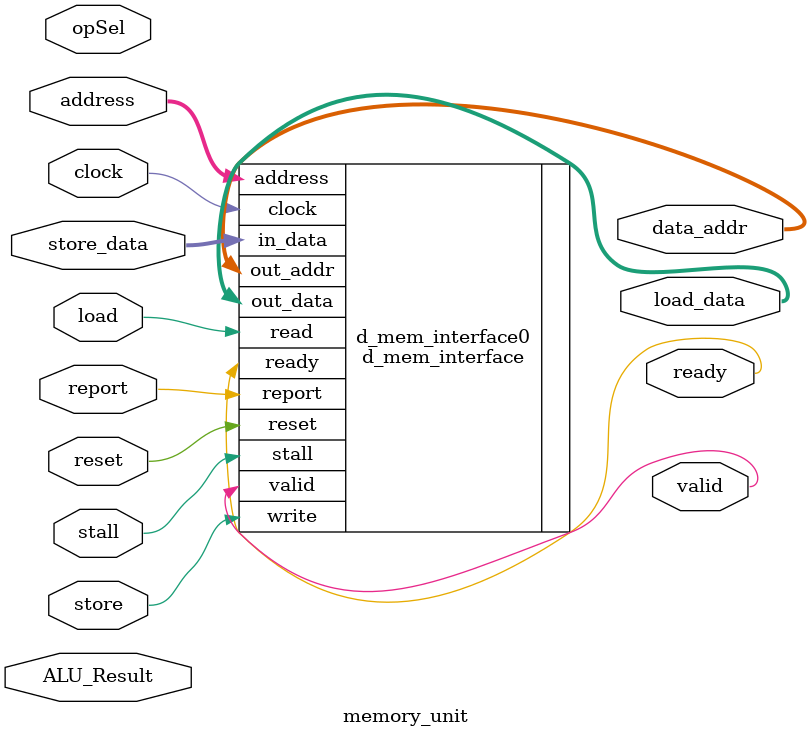
<source format=v>
/** @module : memory
 *  @author : Adaptive & Secure Computing Systems (ASCS) Laboratory

 *  Copyright (c) 2018 BRISC-V (ASCS/ECE/BU)
 *  Permission is hereby granted, free of charge, to any person obtaining a copy
 *  of this software and associated documentation files (the "Software"), to deal
 *  in the Software without restriction, including without limitation the rights
 *  to use, copy, modify, merge, publish, distribute, sublicense, and/or sell
 *  copies of the Software, and to permit persons to whom the Software is
 *  furnished to do so, subject to the following conditions:
 *  The above copyright notice and this permission notice shall be included in
 *  all copies or substantial portions of the Software.

 *  THE SOFTWARE IS PROVIDED "AS IS", WITHOUT WARRANTY OF ANY KIND, EXPRESS OR
 *  IMPLIED, INCLUDING BUT NOT LIMITED TO THE WARRANTIES OF MERCHANTABILITY,
 *  FITNESS FOR A PARTICULAR PURPOSE AND NONINFRINGEMENT. IN NO EVENT SHALL THE
 *  AUTHORS OR COPYRIGHT HOLDERS BE LIABLE FOR ANY CLAIM, DAMAGES OR OTHER
 *  LIABILITY, WHETHER IN AN ACTION OF CONTRACT, TORT OR OTHERWISE, ARISING FROM,
 *  OUT OF OR IN CONNECTION WITH THE SOFTWARE OR THE USE OR OTHER DEALINGS IN
 *  THE SOFTWARE.
 */

module memory_unit #(
    parameter CORE = 0,
    parameter DATA_WIDTH = 32,
    parameter INDEX_BITS = 6,
    parameter OFFSET_BITS = 3,
    parameter ADDRESS_BITS = 20,
    parameter PRINT_CYCLES_MIN = 1,
    parameter PRINT_CYCLES_MAX = 1000
) (
    input clock,
    input reset,
    input stall,
    input load,
    input store,
    input opSel,
    input [ADDRESS_BITS-1:0] address,
    input [DATA_WIDTH-1:0] store_data,
    input [DATA_WIDTH-1:0] ALU_Result,
    
    output [ADDRESS_BITS-1:0] data_addr,
    output [DATA_WIDTH-1:0] load_data,
    output valid,
    output ready,
    input report
);

d_mem_interface #(
    .CORE(CORE),
    .DATA_WIDTH(DATA_WIDTH),
    .INDEX_BITS(INDEX_BITS),
    .OFFSET_BITS(OFFSET_BITS),
    .ADDRESS_BITS(ADDRESS_BITS)
) d_mem_interface0 (
    .clock(clock),
    .reset(reset),
    .stall(stall),
    .read(load),
    .write(store),
    .address(address),
    .in_data(store_data),
    .out_addr(data_addr),
    .out_data(load_data),
    .valid(valid),
    .ready(ready),
    .report(report)
);

reg [31: 0] cycles;
always @ (posedge clock) begin
    cycles <= reset? 0 : cycles + 1;
    //if (report & ((cycles >=  PRINT_CYCLES_MIN) & (cycles < PRINT_CYCLES_MAX +1)))begin
    if (report)begin
        $display ("------ Core %d Memory Unit - Current Cycle %d -------", CORE, cycles);
        $display ("| Address     [%h]", address);
        $display ("| Load        [%b]", load);
        $display ("| Data Address[%h]", data_addr);
        $display ("| Load Data   [%h]", load_data);
        $display ("| Store       [%b]", store);
        $display ("| Store Data  [%h]", store_data);
        $display ("| Ready       [%b]", ready);
        $display ("| Valid       [%b]", valid);
        $display ("----------------------------------------------------------------------");
    end
end

endmodule

</source>
